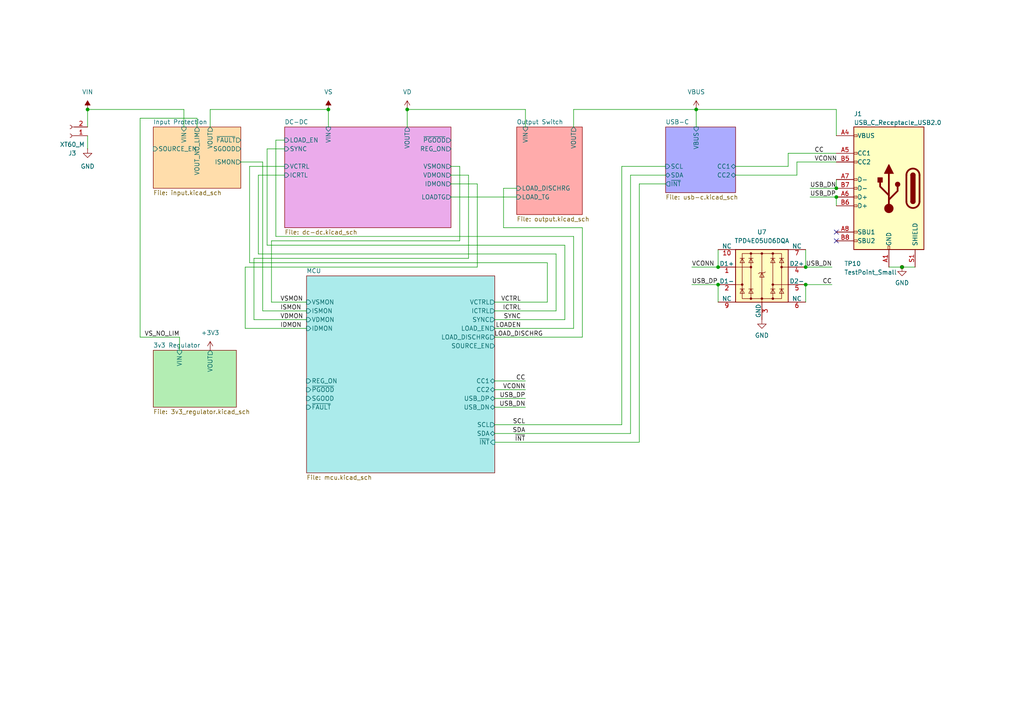
<source format=kicad_sch>
(kicad_sch (version 20231120) (generator "eeschema") (generator_version "8.0")
  (paper "A4")
  (title_block (title "PD Charger") (date "2024-04-13") (rev "v1.0"))
  (lib_symbols
    (symbol "Connector:Conn_01x02_Socket" (pin_names (offset 1.016) hide)
      (property "Reference" "J" (at 0 2.54 0))
      (property "Value" "Conn_01x02_Socket" (at 0 -5.08 0))
      (symbol "Conn_01x02_Socket_1_1"
        (arc (start 0 -2.032) (mid -0.5058 -2.54) (end 0 -3.048) (stroke (width 0.1524)))
        (polyline (pts (xy -1.27 -2.54) (xy -0.508 -2.54)) (stroke (width 0.1524)))
        (polyline (pts (xy -1.27 0) (xy -0.508 0)) (stroke (width 0.1524)))
        (arc (start 0 0.508) (mid -0.5058 0) (end 0 -0.508) (stroke (width 0.1524)))
        (pin passive line (at -5.08 0 0) (length 3.81) (name "Pin_1") (number "1"))
        (pin passive line (at -5.08 -2.54 0) (length 3.81) (name "Pin_2") (number "2"))
      )
    )
    (symbol "Connector:TestPoint_Small" (pin_numbers hide) (pin_names (offset 0.762) hide)
      (property "Reference" "TP" (at 0 3.81 0))
      (property "Value" "TestPoint_Small" (at 0 2.032 0))
      (symbol "TestPoint_Small_0_1"
        (circle (center 0 0) (radius 0.508))
      )
      (symbol "TestPoint_Small_1_1"
        (pin passive line (at 0 0 90) (length 0) (name "1") (number "1"))
      )
    )
    (symbol "Connector:USB_C_Receptacle_USB2.0" (pin_names (offset 1.016))
      (property "Reference" "J" (at -10.16 19.05 0))
      (property "Value" "USB_C_Receptacle_USB2.0" (at 19.05 19.05 0))
      (symbol "USB_C_Receptacle_USB2.0_0_0"
        (rectangle (start -0.254 -17.78) (end 0.254 -16.764))
        (rectangle (start 10.16 -14.986) (end 9.144 -15.494))
        (rectangle (start 10.16 -12.446) (end 9.144 -12.954))
        (rectangle (start 10.16 -4.826) (end 9.144 -5.334))
        (rectangle (start 10.16 -2.286) (end 9.144 -2.794))
        (rectangle (start 10.16 0.254) (end 9.144 -0.254))
        (rectangle (start 10.16 2.794) (end 9.144 2.286))
        (rectangle (start 10.16 7.874) (end 9.144 7.366))
        (rectangle (start 10.16 10.414) (end 9.144 9.906))
        (rectangle (start 10.16 15.494) (end 9.144 14.986))
      )
      (symbol "USB_C_Receptacle_USB2.0_0_1"
        (rectangle (start -10.16 17.78) (end 10.16 -17.78) (stroke (width 0.254)) (fill (type background)))
        (arc (start -8.89 -3.81) (mid -6.985 -5.7067) (end -5.08 -3.81) (stroke (width 0.508)))
        (arc (start -7.62 -3.81) (mid -6.985 -4.4423) (end -6.35 -3.81) (stroke (width 0.254)))
        (arc (start -7.62 -3.81) (mid -6.985 -4.4423) (end -6.35 -3.81) (stroke (width 0.254)) (fill (type outline)))
        (rectangle (start -7.62 -3.81) (end -6.35 3.81) (stroke (width 0.254)) (fill (type outline)))
        (arc (start -6.35 3.81) (mid -6.985 4.4423) (end -7.62 3.81) (stroke (width 0.254)))
        (arc (start -6.35 3.81) (mid -6.985 4.4423) (end -7.62 3.81) (stroke (width 0.254)) (fill (type outline)))
        (arc (start -5.08 3.81) (mid -6.985 5.7067) (end -8.89 3.81) (stroke (width 0.508)))
        (circle (center -2.54 1.143) (radius 0.635) (stroke (width 0.254)) (fill (type outline)))
        (circle (center 0 -5.842) (radius 1.27) (fill (type outline)))
        (polyline (pts (xy -8.89 -3.81) (xy -8.89 3.81)) (stroke (width 0.508)))
        (polyline (pts (xy -5.08 3.81) (xy -5.08 -3.81)) (stroke (width 0.508)))
        (polyline (pts (xy 0 -5.842) (xy 0 4.318)) (stroke (width 0.508)))
        (polyline (pts (xy 0 -3.302) (xy -2.54 -0.762) (xy -2.54 0.508)) (stroke (width 0.508)))
        (polyline (pts (xy 0 -2.032) (xy 2.54 0.508) (xy 2.54 1.778)) (stroke (width 0.508)))
        (polyline (pts (xy -1.27 4.318) (xy 0 6.858) (xy 1.27 4.318) (xy -1.27 4.318)) (stroke (width 0.254)) (fill (type outline)))
        (rectangle (start 1.905 1.778) (end 3.175 3.048) (stroke (width 0.254)) (fill (type outline)))
      )
      (symbol "USB_C_Receptacle_USB2.0_1_1"
        (pin passive line (at 0 -22.86 90) (length 5.08) (name "GND") (number "A1"))
        (pin passive line (at 0 -22.86 90) (length 5.08) hide (name "GND") (number "A12"))
        (pin passive line (at 15.24 15.24 180) (length 5.08) (name "VBUS") (number "A4"))
        (pin bidirectional line (at 15.24 10.16 180) (length 5.08) (name "CC1") (number "A5"))
        (pin bidirectional line (at 15.24 -2.54 180) (length 5.08) (name "D+") (number "A6"))
        (pin bidirectional line (at 15.24 2.54 180) (length 5.08) (name "D-") (number "A7"))
        (pin bidirectional line (at 15.24 -12.7 180) (length 5.08) (name "SBU1") (number "A8"))
        (pin passive line (at 15.24 15.24 180) (length 5.08) hide (name "VBUS") (number "A9"))
        (pin passive line (at 0 -22.86 90) (length 5.08) hide (name "GND") (number "B1"))
        (pin passive line (at 0 -22.86 90) (length 5.08) hide (name "GND") (number "B12"))
        (pin passive line (at 15.24 15.24 180) (length 5.08) hide (name "VBUS") (number "B4"))
        (pin bidirectional line (at 15.24 7.62 180) (length 5.08) (name "CC2") (number "B5"))
        (pin bidirectional line (at 15.24 -5.08 180) (length 5.08) (name "D+") (number "B6"))
        (pin bidirectional line (at 15.24 0 180) (length 5.08) (name "D-") (number "B7"))
        (pin bidirectional line (at 15.24 -15.24 180) (length 5.08) (name "SBU2") (number "B8"))
        (pin passive line (at 15.24 15.24 180) (length 5.08) hide (name "VBUS") (number "B9"))
        (pin passive line (at -7.62 -22.86 90) (length 5.08) (name "SHIELD") (number "S1"))
      )
    )
    (symbol "GND_1" (power) (pin_numbers hide) (pin_names (offset 0) hide)
      (property "Value" "GND" (at 0 -3.81 0))
      (symbol "GND_1_0_1"
        (polyline (pts (xy 0 0) (xy 0 -1.27) (xy 1.27 -1.27) (xy 0 -2.54) (xy -1.27 -1.27) (xy 0 -1.27)))
      )
      (symbol "GND_1_1_1"
        (pin power_in line (at 0 0 270) (length 0) (name "~") (number "1"))
      )
    )
    (symbol "Power_Protection:TPD4E05U06DQA" (pin_names (offset 0))
      (property "Reference" "U" (at -0.635 8.89 0))
      (property "Value" "TPD4E05U06DQA" (at 1.905 -10.16 0))
      (symbol "TPD4E05U06DQA_0_0"
        (rectangle (start -5.715 6.477) (end 5.715 -6.604))
        (polyline (pts (xy -3.175 -6.604) (xy -3.175 6.477)))
        (polyline (pts (xy 0 6.477) (xy 0 -6.604)))
        (polyline (pts (xy 3.175 6.477) (xy 3.175 -6.604)))
      )
      (symbol "TPD4E05U06DQA_0_1"
        (rectangle (start -7.62 7.62) (end 7.62 -7.62) (stroke (width 0.254)) (fill (type background)))
        (circle (center -5.715 -2.54) (radius 0.2794) (fill (type outline)))
        (circle (center -3.175 -6.604) (radius 0.2794) (fill (type outline)))
        (circle (center -3.175 2.54) (radius 0.2794) (fill (type outline)))
        (circle (center -3.175 6.477) (radius 0.2794) (fill (type outline)))
        (circle (center 0 -6.604) (radius 0.2794) (fill (type outline)))
        (polyline (pts (xy -7.747 2.54) (xy -3.175 2.54)))
        (polyline (pts (xy -7.62 -2.54) (xy -5.715 -2.54)))
        (polyline (pts (xy -5.08 -3.81) (xy -6.35 -3.81)))
        (polyline (pts (xy -5.08 5.08) (xy -6.35 5.08)))
        (polyline (pts (xy -2.54 -3.81) (xy -3.81 -3.81)))
        (polyline (pts (xy -2.54 5.08) (xy -3.81 5.08)))
        (polyline (pts (xy -0.635 0.889) (xy -1.016 0.635)))
        (polyline (pts (xy 0 -6.604) (xy 0 -7.62)))
        (polyline (pts (xy 0.635 0.889) (xy -0.635 0.889)))
        (polyline (pts (xy 0.635 0.889) (xy 1.016 1.143)))
        (polyline (pts (xy 3.81 -3.81) (xy 2.54 -3.81)))
        (polyline (pts (xy 3.81 5.08) (xy 2.54 5.08)))
        (polyline (pts (xy 6.35 -3.81) (xy 5.08 -3.81)))
        (polyline (pts (xy 6.35 5.08) (xy 5.08 5.08)))
        (polyline (pts (xy 7.62 -2.54) (xy 3.175 -2.54)))
        (polyline (pts (xy 7.62 2.54) (xy 5.715 2.54)))
        (polyline (pts (xy -5.08 -5.08) (xy -6.35 -5.08) (xy -5.715 -3.81) (xy -5.08 -5.08)))
        (polyline (pts (xy -5.08 3.81) (xy -6.35 3.81) (xy -5.715 5.08) (xy -5.08 3.81)))
        (polyline (pts (xy -2.54 -5.08) (xy -3.81 -5.08) (xy -3.175 -3.81) (xy -2.54 -5.08)))
        (polyline (pts (xy -2.54 3.81) (xy -3.81 3.81) (xy -3.175 5.08) (xy -2.54 3.81)))
        (polyline (pts (xy 0.635 -0.381) (xy -0.635 -0.381) (xy 0 0.889) (xy 0.635 -0.381)))
        (polyline (pts (xy 3.81 -5.08) (xy 2.54 -5.08) (xy 3.175 -3.81) (xy 3.81 -5.08)))
        (polyline (pts (xy 3.81 3.81) (xy 2.54 3.81) (xy 3.175 5.08) (xy 3.81 3.81)))
        (polyline (pts (xy 6.35 -5.08) (xy 5.08 -5.08) (xy 5.715 -3.81) (xy 6.35 -5.08)))
        (polyline (pts (xy 6.35 3.81) (xy 5.08 3.81) (xy 5.715 5.08) (xy 6.35 3.81)))
        (circle (center 0 6.477) (radius 0.2794) (fill (type outline)))
        (circle (center 3.175 -6.604) (radius 0.2794) (fill (type outline)))
        (circle (center 3.175 -2.54) (radius 0.2794) (fill (type outline)))
        (circle (center 3.175 6.477) (radius 0.2794) (fill (type outline)))
        (circle (center 5.715 2.54) (radius 0.2794) (fill (type outline)))
      )
      (symbol "TPD4E05U06DQA_1_1"
        (pin passive line (at -12.7 2.54 0) (length 5.08) (name "D1+") (number "1"))
        (pin free line (at -12.7 7.62 0) (length 5.08) (name "NC") (number "10"))
        (pin passive line (at -12.7 -2.54 0) (length 5.08) (name "D1-") (number "2"))
        (pin power_in line (at 0 -12.7 90) (length 5.08) (name "GND") (number "3"))
        (pin passive line (at 12.7 2.54 180) (length 5.08) (name "D2+") (number "4"))
        (pin passive line (at 12.7 -2.54 180) (length 5.08) (name "D2-") (number "5"))
        (pin free line (at 12.7 -7.62 180) (length 5.08) (name "NC") (number "6"))
        (pin free line (at 12.7 7.62 180) (length 5.08) (name "NC") (number "7"))
        (pin passive line (at 0 -12.7 90) (length 5.08) hide (name "GND") (number "8"))
        (pin free line (at -12.7 -7.62 0) (length 5.08) (name "NC") (number "9"))
      )
    )
    (symbol "VD_1" (power) (pin_numbers hide) (pin_names (offset 0) hide)
      (property "Value" "VD" (at 0 3.556 0))
      (symbol "VD_1_0_1"
        (polyline (pts (xy -0.762 1.27) (xy 0 2.54)))
        (polyline (pts (xy 0 0) (xy 0 2.54)))
        (polyline (pts (xy 0 2.54) (xy 0.762 1.27)))
      )
      (symbol "VD_1_1_1"
        (pin power_in line (at 0 0 90) (length 0) (name "~") (number "1"))
      )
    )
    (symbol "VS_1" (power) (pin_numbers hide) (pin_names (offset 0) hide)
      (property "Value" "VS" (at 0 3.556 0))
      (symbol "VS_1_0_1"
        (polyline (pts (xy 0 0) (xy 0 2.54)))
        (polyline (pts (xy 0.762 1.27) (xy -0.762 1.27) (xy 0 2.54) (xy 0.762 1.27)) (fill (type outline)))
      )
      (symbol "VS_1_1_1"
        (pin power_in line (at 0 0 90) (length 0) (name "~") (number "1"))
      )
    )
    (symbol "power:+3V3" (power) (pin_numbers hide) (pin_names (offset 0) hide)
      (property "Value" "+3V3" (at 0 3.556 0))
      (symbol "+3V3_0_1"
        (polyline (pts (xy -0.762 1.27) (xy 0 2.54)))
        (polyline (pts (xy 0 0) (xy 0 2.54)))
        (polyline (pts (xy 0 2.54) (xy 0.762 1.27)))
      )
      (symbol "+3V3_1_1"
        (pin power_in line (at 0 0 90) (length 0) (name "~") (number "1"))
      )
    )
    (symbol "power:GND" (power) (pin_names (offset 0))
      (property "Value" "GND" (at 0 -3.81 0))
      (symbol "GND_0_1"
        (polyline (pts (xy 0 0) (xy 0 -1.27) (xy 1.27 -1.27) (xy 0 -2.54) (xy -1.27 -1.27) (xy 0 -1.27)))
      )
      (symbol "GND_1_1"
        (pin power_in line (at 0 0 270) (length 0) hide (name "GND") (number "1"))
      )
    )
    (symbol "power:VBUS" (power) (pin_numbers hide) (pin_names (offset 0) hide)
      (property "Value" "VBUS" (at 0 3.556 0))
      (symbol "VBUS_0_1"
        (polyline (pts (xy -0.762 1.27) (xy 0 2.54)))
        (polyline (pts (xy 0 0) (xy 0 2.54)))
        (polyline (pts (xy 0 2.54) (xy 0.762 1.27)))
      )
      (symbol "VBUS_1_1"
        (pin power_in line (at 0 0 90) (length 0) (name "~") (number "1"))
      )
    )
  )
  (junction (at 233.68 77.47))
  (junction (at 208.28 82.55))
  (junction (at 208.28 77.47))
  (junction (at 118.11 31.75))
  (junction (at 25.4 31.75))
  (junction (at 201.93 31.75))
  (junction (at 242.57 57.15))
  (junction (at 95.25 31.75))
  (junction (at 261.62 77.47))
  (junction (at 242.57 54.61))
  (junction (at 233.68 82.55))
  (no_connect (at 242.57 69.85))
  (no_connect (at 242.57 67.31))
  (wire (pts (xy 143.51 110.49) (xy 152.4 110.49)))
  (wire (pts (xy 185.42 53.34) (xy 185.42 128.27)))
  (wire (pts (xy 25.4 43.18) (xy 25.4 39.37)))
  (wire (pts (xy 133.35 48.26) (xy 130.81 48.26)))
  (wire (pts (xy 118.11 31.75) (xy 118.11 36.83)))
  (wire (pts (xy 180.34 48.26) (xy 193.04 48.26)))
  (wire (pts (xy 234.95 57.15) (xy 242.57 57.15)))
  (wire (pts (xy 146.05 66.04) (xy 168.91 66.04)))
  (wire (pts (xy 242.57 57.15) (xy 242.57 59.69)))
  (wire (pts (xy 78.74 87.63) (xy 78.74 69.85)))
  (wire (pts (xy 149.86 54.61) (xy 146.05 54.61)))
  (wire (pts (xy 242.57 31.75) (xy 242.57 39.37)))
  (wire (pts (xy 193.04 53.34) (xy 185.42 53.34)))
  (wire (pts (xy 60.96 31.75) (xy 95.25 31.75)))
  (wire (pts (xy 40.64 97.79) (xy 52.07 97.79)))
  (wire (pts (xy 143.51 113.03) (xy 152.4 113.03)))
  (wire (pts (xy 78.74 69.85) (xy 133.35 69.85)))
  (wire (pts (xy 143.51 87.63) (xy 158.75 87.63)))
  (wire (pts (xy 161.29 73.66) (xy 74.93 73.66)))
  (wire (pts (xy 158.75 87.63) (xy 158.75 76.2)))
  (wire (pts (xy 57.15 36.83) (xy 57.15 34.29)))
  (wire (pts (xy 52.07 97.79) (xy 52.07 101.6)))
  (wire (pts (xy 73.66 92.71) (xy 73.66 74.93)))
  (wire (pts (xy 208.28 72.39) (xy 208.28 77.47)))
  (wire (pts (xy 138.43 53.34) (xy 138.43 77.47)))
  (wire (pts (xy 242.57 52.07) (xy 242.57 54.61)))
  (wire (pts (xy 200.66 77.47) (xy 208.28 77.47)))
  (wire (pts (xy 76.2 46.99) (xy 69.85 46.99)))
  (wire (pts (xy 95.25 31.75) (xy 95.25 36.83)))
  (wire (pts (xy 143.51 128.27) (xy 185.42 128.27)))
  (wire (pts (xy 166.37 36.83) (xy 166.37 31.75)))
  (wire (pts (xy 74.93 50.8) (xy 82.55 50.8)))
  (wire (pts (xy 201.93 31.75) (xy 242.57 31.75)))
  (wire (pts (xy 72.39 76.2) (xy 72.39 48.26)))
  (wire (pts (xy 78.74 87.63) (xy 88.9 87.63)))
  (wire (pts (xy 163.83 71.12) (xy 77.47 71.12)))
  (wire (pts (xy 74.93 73.66) (xy 74.93 50.8)))
  (wire (pts (xy 118.11 31.75) (xy 152.4 31.75)))
  (wire (pts (xy 233.68 72.39) (xy 233.68 77.47)))
  (wire (pts (xy 231.14 46.99) (xy 231.14 50.8)))
  (wire (pts (xy 76.2 90.17) (xy 88.9 90.17)))
  (wire (pts (xy 71.12 95.25) (xy 88.9 95.25)))
  (wire (pts (xy 158.75 76.2) (xy 72.39 76.2)))
  (wire (pts (xy 166.37 95.25) (xy 166.37 68.58)))
  (wire (pts (xy 133.35 69.85) (xy 133.35 48.26)))
  (wire (pts (xy 143.51 118.11) (xy 152.4 118.11)))
  (wire (pts (xy 25.4 36.83) (xy 25.4 31.75)))
  (wire (pts (xy 135.89 74.93) (xy 135.89 50.8)))
  (wire (pts (xy 77.47 71.12) (xy 77.47 43.18)))
  (wire (pts (xy 77.47 43.18) (xy 82.55 43.18)))
  (wire (pts (xy 201.93 31.75) (xy 201.93 36.83)))
  (wire (pts (xy 60.96 36.83) (xy 60.96 31.75)))
  (wire (pts (xy 72.39 48.26) (xy 82.55 48.26)))
  (wire (pts (xy 242.57 44.45) (xy 228.6 44.45)))
  (wire (pts (xy 80.01 68.58) (xy 80.01 40.64)))
  (wire (pts (xy 200.66 82.55) (xy 208.28 82.55)))
  (wire (pts (xy 138.43 77.47) (xy 71.12 77.47)))
  (wire (pts (xy 234.95 54.61) (xy 242.57 54.61)))
  (wire (pts (xy 80.01 40.64) (xy 82.55 40.64)))
  (wire (pts (xy 180.34 48.26) (xy 180.34 123.19)))
  (wire (pts (xy 261.62 77.47) (xy 265.43 77.47)))
  (wire (pts (xy 228.6 44.45) (xy 228.6 48.26)))
  (wire (pts (xy 166.37 31.75) (xy 201.93 31.75)))
  (wire (pts (xy 166.37 68.58) (xy 80.01 68.58)))
  (wire (pts (xy 76.2 46.99) (xy 76.2 90.17)))
  (wire (pts (xy 168.91 66.04) (xy 168.91 97.79)))
  (wire (pts (xy 146.05 54.61) (xy 146.05 66.04)))
  (wire (pts (xy 143.51 123.19) (xy 180.34 123.19)))
  (wire (pts (xy 257.81 77.47) (xy 261.62 77.47)))
  (wire (pts (xy 152.4 31.75) (xy 152.4 36.83)))
  (wire (pts (xy 228.6 48.26) (xy 213.36 48.26)))
  (wire (pts (xy 57.15 34.29) (xy 40.64 34.29)))
  (wire (pts (xy 182.88 50.8) (xy 182.88 125.73)))
  (wire (pts (xy 25.4 31.75) (xy 53.34 31.75)))
  (wire (pts (xy 53.34 31.75) (xy 53.34 36.83)))
  (wire (pts (xy 143.51 125.73) (xy 182.88 125.73)))
  (wire (pts (xy 143.51 92.71) (xy 163.83 92.71)))
  (wire (pts (xy 208.28 82.55) (xy 208.28 87.63)))
  (wire (pts (xy 143.51 95.25) (xy 166.37 95.25)))
  (wire (pts (xy 130.81 57.15) (xy 149.86 57.15)))
  (wire (pts (xy 233.68 77.47) (xy 241.3 77.47)))
  (wire (pts (xy 40.64 34.29) (xy 40.64 97.79)))
  (wire (pts (xy 73.66 92.71) (xy 88.9 92.71)))
  (wire (pts (xy 71.12 77.47) (xy 71.12 95.25)))
  (wire (pts (xy 161.29 90.17) (xy 161.29 73.66)))
  (wire (pts (xy 130.81 53.34) (xy 138.43 53.34)))
  (wire (pts (xy 233.68 82.55) (xy 241.3 82.55)))
  (wire (pts (xy 168.91 97.79) (xy 143.51 97.79)))
  (wire (pts (xy 73.66 74.93) (xy 135.89 74.93)))
  (wire (pts (xy 233.68 82.55) (xy 233.68 87.63)))
  (wire (pts (xy 231.14 50.8) (xy 213.36 50.8)))
  (wire (pts (xy 143.51 115.57) (xy 152.4 115.57)))
  (wire (pts (xy 135.89 50.8) (xy 130.81 50.8)))
  (wire (pts (xy 182.88 50.8) (xy 193.04 50.8)))
  (wire (pts (xy 242.57 46.99) (xy 231.14 46.99)))
  (wire (pts (xy 163.83 92.71) (xy 163.83 71.12)))
  (wire (pts (xy 143.51 90.17) (xy 161.29 90.17)))
  (label "CC" (at 241.3 82.55 180))
  (label "SDA" (at 152.4 125.73 180))
  (label "USB_DP" (at 152.4 115.57 180))
  (label "SCL" (at 152.4 123.19 180))
  (label "VDMON" (at 81.28 92.71 0))
  (label "USB_DP" (at 200.66 82.55 0))
  (label "CC" (at 152.4 110.49 180))
  (label "VCONN" (at 200.66 77.47 0))
  (label "USB_DN" (at 234.95 54.61 0))
  (label "LOADEN" (at 151.13 95.25 180))
  (label "USB_DP" (at 234.95 57.15 0))
  (label "VSMON" (at 81.28 87.63 0))
  (label "USB_DN" (at 152.4 118.11 180))
  (label "ISMON" (at 81.28 90.17 0))
  (label "VCONN" (at 236.22 46.99 0))
  (label "LOAD_DISCHRG" (at 157.48 97.79 180))
  (label "VS_NO_LIM" (at 52.07 97.79 180))
  (label "~{INT}" (at 152.4 128.27 180))
  (label "ICTRL" (at 151.13 90.17 180))
  (label "SYNC" (at 151.13 92.71 180))
  (label "VCTRL" (at 151.13 87.63 180))
  (label "VCONN" (at 152.4 113.03 180))
  (label "CC" (at 236.22 44.45 0))
  (label "IDMON" (at 81.28 95.25 0))
  (label "USB_DN" (at 241.3 77.47 180))
  (symbol (lib_id "power:+3V3") (at 60.96 101.6 0) (unit 1)
    (property "Reference" "#PWR055" (effects (hide yes)))
    (property "Value" "+3V3" (at 60.96 96.52 0))
    (property "Description" "Power symbol creates a global label with name \"+3V3\"" (effects (hide yes)))
  )
  (symbol (lib_id "Connector:Conn_01x02_Socket") (at 20.32 39.37 180) (unit 1)
    (property "Reference" "J3" (at 20.955 44.45 0))
    (property "Value" "XT60_M" (at 20.955 41.91 0))
    (property "Footprint" "Connector_AMASS:AMASS_XT60PW-M_1x02_P7.20mm_Horizontal" (effects (hide yes)))
  )
  (symbol (lib_name "GND_1") (lib_id "power:GND") (at 25.4 43.18 0) (unit 1)
    (property "Reference" "#PWR053" (effects (hide yes)))
    (property "Value" "GND" (at 25.4 48.26 0))
    (property "Description" "Power symbol creates a global label with name \"GND\" , ground" (effects (hide yes)))
  )
  (symbol (lib_id "Connector:TestPoint_Small") (at 261.62 77.47 0) (unit 1)
    (property "Reference" "TP10" (at 244.856 76.454 0) (effects (justify left)))
    (property "Value" "TestPoint_Small" (at 244.856 78.994 0) (effects (justify left)))
    (property "Footprint" "TestPoint:TestPoint_Pad_D1.0mm" (effects (hide yes)))
  )
  (symbol (lib_id "Power_Protection:TPD4E05U06DQA") (at 220.98 80.01 0) (unit 1)
    (property "Reference" "U7" (at 220.98 67.31 0))
    (property "Value" "TPD4E05U06DQA" (at 220.98 69.85 0))
    (property "Footprint" "Package_SON:USON-10_2.5x1.0mm_P0.5mm" (effects (hide yes)))
    (property "Datasheet" "https://www.ti.com/lit/ds/symlink/tpd4e05u06.pdf" (effects (hide yes)))
    (property "Description" "4-Channel ESD Protection for Super-Speed USB 3.0 Interface, USON-10" (effects (hide yes)))
  )
  (symbol (lib_name "VS_1") (lib_id "power:VS") (at 95.25 31.75 0) (unit 1)
    (property "Reference" "#PWR03" (effects (hide yes)))
    (property "Value" "VS" (at 95.25 26.67 0))
    (property "Description" "Power symbol creates a global label with name \"VS\"" (effects (hide yes)))
  )
  (symbol (lib_name "VS_1") (lib_id "power:VS") (at 25.4 31.75 0) (unit 1)
    (property "Reference" "#PWR054" (effects (hide yes)))
    (property "Value" "VIN" (at 25.4 26.67 0))
    (property "Description" "Power symbol creates a global label with name \"VS\"" (effects (hide yes)))
  )
  (symbol (lib_name "VD_1") (lib_id "power:VD") (at 118.11 31.75 0) (unit 1)
    (property "Reference" "#PWR05" (effects (hide yes)))
    (property "Value" "VD" (at 118.11 26.67 0))
    (property "Description" "Power symbol creates a global label with name \"VD\"" (effects (hide yes)))
  )
  (symbol (lib_id "Connector:USB_C_Receptacle_USB2.0") (at 257.81 54.61 0) (mirror y) (unit 1)
    (property "Reference" "J1" (at 247.65 33.02 0) (effects (justify right)))
    (property "Value" "USB_C_Receptacle_USB2.0" (at 247.65 35.56 0) (effects (justify right)))
    (property "Footprint" "Connector_USB:USB_C_Receptacle_GCT_USB4105-xx-A_16P_TopMnt_Horizontal" (effects (hide yes)))
    (property "Datasheet" "https://www.usb.org/sites/default/files/documents/usb_type-c.zip" (effects (hide yes)))
  )
  (symbol (lib_id "power:GND") (at 220.98 92.71 0) (unit 1)
    (property "Reference" "#PWR057" (effects (hide yes)))
    (property "Value" "GND" (at 220.98 97.282 0))
  )
  (symbol (lib_id "power:VBUS") (at 201.93 31.75 0) (unit 1)
    (property "Reference" "#PWR056" (effects (hide yes)))
    (property "Value" "VBUS" (at 201.93 26.67 0))
    (property "Description" "Power symbol creates a global label with name \"VBUS\"" (effects (hide yes)))
  )
  (symbol (lib_id "power:GND") (at 261.62 77.47 0) (unit 1)
    (property "Reference" "#PWR012" (effects (hide yes)))
    (property "Value" "GND" (at 261.62 82.042 0))
  )
  (sheet (at 149.86 36.83) (size 19.05 25.4) (stroke (width 0.1524)) (fill (color 255 0 0 0.3300))
    (property "Sheetname" "Output Switch" (at 149.86 36.1184 0) (effects (justify left bottom)))
    (property "Sheetfile" "output.kicad_sch" (at 149.86 62.8146 0) (effects (justify left top)))
    (pin "VIN" input (at 152.4 36.83 90))
    (pin "LOAD_TG" input (at 149.86 57.15 180))
    (pin "VOUT" output (at 166.37 36.83 90))
    (pin "LOAD_DISCHRG" input (at 149.86 54.61 180))
  )
  (sheet (at 82.55 36.83) (size 48.26 29.21) (stroke (width 0.1524)) (fill (color 194 0 194 0.3300))
    (property "Sheetname" "DC-DC" (at 82.55 36.1184 0) (effects (justify left bottom)))
    (property "Sheetfile" "dc-dc.kicad_sch" (at 82.55 66.6246 0) (effects (justify left top)))
    (pin "LOAD_EN" input (at 82.55 40.64 180))
    (pin "REG_ON" output (at 130.81 43.18 0))
    (pin "~{PGOOD}" output (at 130.81 40.6816 0))
    (pin "SYNC" input (at 82.55 43.18 180))
    (pin "VCTRL" input (at 82.55 48.26 180))
    (pin "VSMON" output (at 130.81 48.26 0))
    (pin "ICRTL" input (at 82.55 50.8 180))
    (pin "LOADTG" output (at 130.81 57.15 0))
    (pin "IDMON" output (at 130.81 53.34 0))
    (pin "VDMON" output (at 130.81 50.8 0))
    (pin "VIN" input (at 95.25 36.83 90))
    (pin "VOUT" output (at 118.11 36.83 90))
  )
  (sheet (at 44.45 36.83) (size 25.4 17.78) (stroke (width 0.1524)) (fill (color 255 153 0 0.3300))
    (property "Sheetname" "Input Protection" (at 44.45 36.1184 0) (effects (justify left bottom)))
    (property "Sheetfile" "input.kicad_sch" (at 44.45 55.1946 0) (effects (justify left top)))
    (pin "ISMON" output (at 69.85 46.99 0))
    (pin "VIN" input (at 53.34 36.83 90))
    (pin "~{FAULT}" output (at 69.85 40.64 0))
    (pin "SGOOD" output (at 69.85 43.18 0))
    (pin "SOURCE_EN" input (at 44.45 43.18 180))
    (pin "VOUT_NO_LIM" output (at 57.15 36.83 90))
    (pin "VOUT" output (at 60.96 36.83 90))
  )
  (sheet (at 88.9 80.01) (size 54.61 57.15) (stroke (width 0.1524)) (fill (color 0 194 194 0.3300))
    (property "Sheetname" "MCU" (at 88.9 79.2984 0) (effects (justify left bottom)))
    (property "Sheetfile" "mcu.kicad_sch" (at 88.9 137.7446 0) (effects (justify left top)))
    (pin "SDA" bidirectional (at 143.51 125.73 0))
    (pin "~{INT}" input (at 143.51 128.27 0))
    (pin "SCL" output (at 143.51 123.19 0))
    (pin "USB_DN" bidirectional (at 143.51 118.11 0))
    (pin "USB_DP" bidirectional (at 143.51 115.57 0))
    (pin "VDMON" input (at 88.9 92.71 180))
    (pin "VSMON" input (at 88.9 87.63 180))
    (pin "ICTRL" output (at 143.51 90.17 0))
    (pin "CC1" bidirectional (at 143.51 110.49 0))
    (pin "CC2" bidirectional (at 143.51 113.03 0))
    (pin "SYNC" output (at 143.51 92.71 0))
    (pin "ISMON" input (at 88.9 90.17 180))
    (pin "VCTRL" output (at 143.51 87.63 0))
    (pin "IDMON" input (at 88.9 95.25 180))
    (pin "REG_ON" input (at 88.9 110.49 180))
    (pin "~{PGOOD}" input (at 88.9 113.03 180))
    (pin "LOAD_DISCHRG" output (at 143.51 97.79 0))
    (pin "LOAD_EN" output (at 143.51 95.25 0))
    (pin "SOURCE_EN" output (at 143.51 100.33 0))
    (pin "SGOOD" input (at 88.9 115.57 180))
    (pin "~{FAULT}" input (at 88.9 118.11 180))
  )
  (sheet (at 193.04 36.83) (size 20.32 19.05) (stroke (width 0.1524)) (fill (color 0 0 255 0.3300))
    (property "Sheetname" "USB-C" (at 193.04 36.1184 0) (effects (justify left bottom)))
    (property "Sheetfile" "usb-c.kicad_sch" (at 193.04 56.4646 0) (effects (justify left top)))
    (pin "CC2" bidirectional (at 213.36 50.8 0))
    (pin "CC1" bidirectional (at 213.36 48.26 0))
    (pin "VBUS" input (at 201.93 36.83 90))
    (pin "~{INT}" output (at 193.04 53.34 180))
    (pin "SDA" bidirectional (at 193.04 50.8 180))
    (pin "SCL" input (at 193.04 48.26 180))
  )
  (sheet (at 44.45 101.6) (size 24.13 16.51) (stroke (width 0.1524)) (fill (color 0 194 0 0.3000))
    (property "Sheetname" "3v3 Regulator" (at 44.45 100.8884 0) (effects (justify left bottom)))
    (property "Sheetfile" "3v3_regulator.kicad_sch" (at 44.45 118.6946 0) (effects (justify left top)))
    (pin "VOUT" output (at 60.96 101.6 90))
    (pin "VIN" input (at 52.07 101.6 90))
  )
)
</source>
